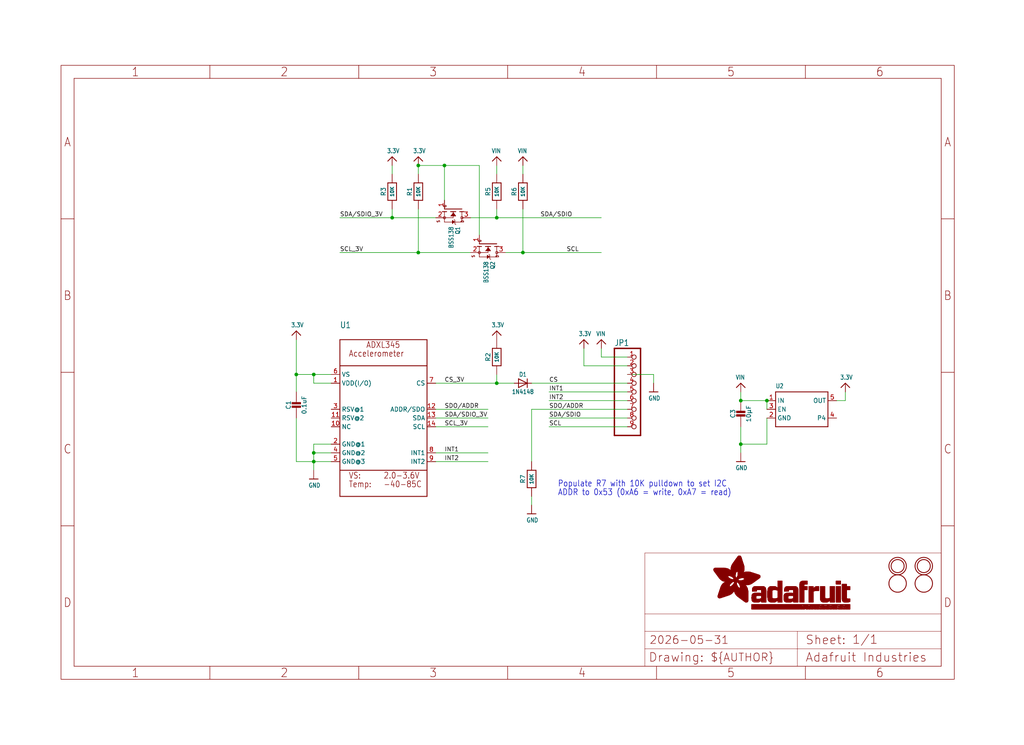
<source format=kicad_sch>
(kicad_sch (version 20230121) (generator eeschema)
  (paper "User" 298.45 217.322)
  (lib_symbols
    (symbol "working-eagle-import:3.3V" (power)
      (property "Value" "3.3V" (at -1.524 1.016 0))
      (symbol "3.3V_1_0"
        (pin power_in line (at 0 -2.54 90) (length 2.54) (name "3.3V") (number "1"))
      )
    )
    (symbol "working-eagle-import:ACCEL_ADXL345"
      (property "Reference" "U" (at -12.7 26.162 0))
      (symbol "ACCEL_ADXL345_1_0"
        (text "-40-85C" (at 0 -20.32 0) (effects (font (size 1.778 1.5113)) (justify left bottom)))
        (text "2.0-3.6V" (at 0 -17.78 0) (effects (font (size 1.778 1.5113)) (justify left bottom)))
        (text "Accelerometer" (at -10.16 17.78 0) (effects (font (size 1.778 1.5113)) (justify left bottom)))
        (text "ADXL345" (at -5.08 20.32 0) (effects (font (size 1.778 1.5113)) (justify left bottom)))
        (text "Temp:" (at -10.16 -20.32 0) (effects (font (size 1.778 1.5113)) (justify left bottom)))
        (text "VS:" (at -10.16 -17.78 0) (effects (font (size 1.778 1.5113)) (justify left bottom)))
        (pin bidirectional line (at -15.24 10.16 0) (length 2.54) (name "VDD(I/O)") (number "1"))
        (pin bidirectional line (at -15.24 -2.54 0) (length 2.54) (name "NC") (number "10"))
        (pin bidirectional line (at -15.24 0 0) (length 2.54) (name "RSV@2") (number "11"))
        (pin bidirectional line (at 15.24 2.54 180) (length 2.54) (name "ADDR/SDO") (number "12"))
        (pin bidirectional line (at 15.24 0 180) (length 2.54) (name "SDA") (number "13"))
        (pin bidirectional line (at 15.24 -2.54 180) (length 2.54) (name "SCL") (number "14"))
        (pin bidirectional line (at -15.24 -7.62 0) (length 2.54) (name "GND@1") (number "2"))
        (pin bidirectional line (at -15.24 2.54 0) (length 2.54) (name "RSV@1") (number "3"))
        (pin bidirectional line (at -15.24 -10.16 0) (length 2.54) (name "GND@2") (number "4"))
        (pin bidirectional line (at -15.24 -12.7 0) (length 2.54) (name "GND@3") (number "5"))
        (pin bidirectional line (at -15.24 12.7 0) (length 2.54) (name "VS") (number "6"))
        (pin bidirectional line (at 15.24 10.16 180) (length 2.54) (name "CS") (number "7"))
        (pin bidirectional line (at 15.24 -10.16 180) (length 2.54) (name "INT1") (number "8"))
        (pin bidirectional line (at 15.24 -12.7 180) (length 2.54) (name "INT2") (number "9"))
      )
    )
    (symbol "working-eagle-import:CAP_CERAMIC0805-NOOUTLINE"
      (property "Reference" "C" (at -2.29 1.25 90))
      (symbol "CAP_CERAMIC0805-NOOUTLINE_1_0"
        (pin passive line (at 0 5.08 270) (length 2.54) (name "1") (number "1"))
        (pin passive line (at 0 -2.54 90) (length 2.54) (name "2") (number "2"))
      )
    )
    (symbol "working-eagle-import:DIODE_SOD323MINI"
      (property "Reference" "D" (at 0 2.54 0))
      (symbol "DIODE_SOD323MINI_1_0"
        (pin passive line (at -2.54 0 0) (length 2.54) (name "A") (number "A"))
        (pin passive line (at 2.54 0 180) (length 2.54) (name "C") (number "C"))
      )
    )
    (symbol "working-eagle-import:FIDUCIAL")
    (symbol "working-eagle-import:FRAME_A4_ADAFRUIT"
      (symbol "FRAME_A4_ADAFRUIT_1_0"
        (text "${#}/${##}" (at 230.505 10.16 0) (effects (font (size 2.54 2.54)) (justify left bottom)))
        (text "${AUTHOR}" (at 189.23 5.08 0) (effects (font (size 2.286 2.286)) (justify left bottom)))
        (text "${CURRENT_DATE}" (at 171.45 10.16 0) (effects (font (size 2.286 2.286)) (justify left bottom)))
        (text "${PROJECTNAME}" (at 171.45 15.24 0) (effects (font (size 2.54 2.54)) (justify left bottom)))
        (text "1" (at 21.6958 1.905 0) (effects (font (size 2.54 2.286))))
        (text "1" (at 21.6958 177.165 0) (effects (font (size 2.54 2.286))))
        (text "2" (at 65.0875 1.905 0) (effects (font (size 2.54 2.286))))
        (text "2" (at 65.0875 177.165 0) (effects (font (size 2.54 2.286))))
        (text "3" (at 108.4792 1.905 0) (effects (font (size 2.54 2.286))))
        (text "3" (at 108.4792 177.165 0) (effects (font (size 2.54 2.286))))
        (text "4" (at 151.8708 1.905 0) (effects (font (size 2.54 2.286))))
        (text "4" (at 151.8708 177.165 0) (effects (font (size 2.54 2.286))))
        (text "5" (at 195.2625 1.905 0) (effects (font (size 2.54 2.286))))
        (text "5" (at 195.2625 177.165 0) (effects (font (size 2.54 2.286))))
        (text "6" (at 238.6542 1.905 0) (effects (font (size 2.54 2.286))))
        (text "6" (at 238.6542 177.165 0) (effects (font (size 2.54 2.286))))
        (text "A" (at 1.905 156.6863 0) (effects (font (size 2.54 2.286))))
        (text "A" (at 258.445 156.6863 0) (effects (font (size 2.54 2.286))))
        (text "Adafruit Industries" (at 216.916 4.953 0) (effects (font (size 2.54 2.54)) (justify left bottom)))
        (text "B" (at 1.905 111.9188 0) (effects (font (size 2.54 2.286))))
        (text "B" (at 258.445 111.9188 0) (effects (font (size 2.54 2.286))))
        (text "C" (at 1.905 67.1513 0) (effects (font (size 2.54 2.286))))
        (text "C" (at 258.445 67.1513 0) (effects (font (size 2.54 2.286))))
        (text "D" (at 1.905 22.3838 0) (effects (font (size 2.54 2.286))))
        (text "D" (at 258.445 22.3838 0) (effects (font (size 2.54 2.286))))
        (text "Drawing:" (at 171.196 4.953 0) (effects (font (size 2.54 2.54)) (justify left bottom)))
        (text "Sheet:" (at 216.916 10.033 0) (effects (font (size 2.54 2.54)) (justify left bottom)))
      )
    )
    (symbol "working-eagle-import:GND" (power)
      (property "Value" "GND" (at -1.524 -2.54 0))
      (symbol "GND_1_0"
        (pin power_in line (at 0 2.54 270) (length 2.54) (name "GND") (number "1"))
      )
    )
    (symbol "working-eagle-import:HEADER-1X970MIL"
      (property "Reference" "JP" (at -6.35 13.335 0))
      (symbol "HEADER-1X970MIL_1_0"
        (pin passive inverted (at -2.54 10.16 0) (length 2.54) (name "1") (number "1"))
        (pin passive inverted (at -2.54 7.62 0) (length 2.54) (name "2") (number "2"))
        (pin passive inverted (at -2.54 5.08 0) (length 2.54) (name "3") (number "3"))
        (pin passive inverted (at -2.54 2.54 0) (length 2.54) (name "4") (number "4"))
        (pin passive inverted (at -2.54 0 0) (length 2.54) (name "5") (number "5"))
        (pin passive inverted (at -2.54 -2.54 0) (length 2.54) (name "6") (number "6"))
        (pin passive inverted (at -2.54 -5.08 0) (length 2.54) (name "7") (number "7"))
        (pin passive inverted (at -2.54 -7.62 0) (length 2.54) (name "8") (number "8"))
        (pin passive inverted (at -2.54 -10.16 0) (length 2.54) (name "9") (number "9"))
      )
    )
    (symbol "working-eagle-import:MOSFET-NWIDE"
      (property "Reference" "Q" (at 5.08 0.635 0))
      (symbol "MOSFET-NWIDE_1_0"
        (text "D" (at 3.175 3.175 0) (effects (font (size 0.8128 0.6908)) (justify left bottom)))
        (text "G" (at -1.27 -1.905 0) (effects (font (size 0.8128 0.6908)) (justify left bottom)))
        (text "S" (at 3.175 -3.81 0) (effects (font (size 0.8128 0.6908)) (justify left bottom)))
        (pin bidirectional line (at -2.54 -2.54 0) (length 2.54) (name "G") (number "1"))
        (pin bidirectional line (at 2.54 -5.08 90) (length 2.54) (name "S") (number "2"))
        (pin bidirectional line (at 2.54 5.08 270) (length 2.54) (name "D") (number "3"))
      )
    )
    (symbol "working-eagle-import:MOUNTINGHOLE2.5")
    (symbol "working-eagle-import:RESISTOR0805_NOOUTLINE"
      (property "Reference" "R" (at 0 2.54 0))
      (symbol "RESISTOR0805_NOOUTLINE_1_0"
        (pin passive line (at -5.08 0 0) (length 2.54) (name "1") (number "1"))
        (pin passive line (at 5.08 0 180) (length 2.54) (name "2") (number "2"))
      )
    )
    (symbol "working-eagle-import:VIN" (power)
      (property "Value" "VIN" (at -1.524 1.016 0))
      (symbol "VIN_1_0"
        (pin power_in line (at 0 -2.54 90) (length 2.54) (name "VIN") (number "1"))
      )
    )
    (symbol "working-eagle-import:VREG_SOT23-5"
      (property "Reference" "U" (at -7.62 6.096 0))
      (symbol "VREG_SOT23-5_1_0"
        (pin power_in line (at -10.16 2.54 0) (length 2.54) (name "IN") (number "1"))
        (pin power_in line (at -10.16 -2.54 0) (length 2.54) (name "GND") (number "2"))
        (pin input line (at -10.16 0 0) (length 2.54) (name "EN") (number "3"))
        (pin bidirectional line (at 10.16 -2.54 180) (length 2.54) (name "P4") (number "4"))
        (pin power_in line (at 10.16 2.54 180) (length 2.54) (name "OUT") (number "5"))
      )
    )
  )
  (junction (at 86.36 109.22))
  (junction (at 215.9 129.54))
  (junction (at 121.92 48.26))
  (junction (at 129.54 48.26))
  (junction (at 121.92 73.66))
  (junction (at 91.44 109.22))
  (junction (at 223.52 116.84))
  (junction (at 91.44 134.62))
  (junction (at 152.4 73.66))
  (junction (at 144.78 111.76))
  (junction (at 144.78 63.5))
  (junction (at 91.44 132.08))
  (junction (at 114.3 63.5))
  (junction (at 215.9 116.84))
  (wire (pts (xy 96.52 129.54) (xy 91.44 129.54)) (stroke (width 0.1524)))
  (wire (pts (xy 139.7 48.26) (xy 129.54 48.26)) (stroke (width 0.1524)))
  (wire (pts (xy 144.78 111.76) (xy 149.86 111.76)) (stroke (width 0.1524)))
  (wire (pts (xy 121.92 73.66) (xy 99.06 73.66)) (stroke (width 0.1524)))
  (wire (pts (xy 127 124.46) (xy 142.24 124.46)) (stroke (width 0.1524)))
  (wire (pts (xy 96.52 134.62) (xy 91.44 134.62)) (stroke (width 0.1524)))
  (wire (pts (xy 144.78 111.76) (xy 144.78 109.22)) (stroke (width 0.1524)))
  (wire (pts (xy 91.44 111.76) (xy 91.44 109.22)) (stroke (width 0.1524)))
  (wire (pts (xy 96.52 111.76) (xy 91.44 111.76)) (stroke (width 0.1524)))
  (wire (pts (xy 86.36 109.22) (xy 91.44 109.22)) (stroke (width 0.1524)))
  (wire (pts (xy 223.52 121.92) (xy 223.52 129.54)) (stroke (width 0.1524)))
  (wire (pts (xy 127 63.5) (xy 114.3 63.5)) (stroke (width 0.1524)))
  (wire (pts (xy 91.44 109.22) (xy 96.52 109.22)) (stroke (width 0.1524)))
  (wire (pts (xy 182.88 124.46) (xy 160.02 124.46)) (stroke (width 0.1524)))
  (wire (pts (xy 154.94 144.78) (xy 154.94 147.32)) (stroke (width 0.1524)))
  (wire (pts (xy 215.9 124.46) (xy 215.9 129.54)) (stroke (width 0.1524)))
  (wire (pts (xy 91.44 129.54) (xy 91.44 132.08)) (stroke (width 0.1524)))
  (wire (pts (xy 91.44 132.08) (xy 91.44 134.62)) (stroke (width 0.1524)))
  (wire (pts (xy 144.78 48.26) (xy 144.78 50.8)) (stroke (width 0.1524)))
  (wire (pts (xy 175.26 104.14) (xy 175.26 101.6)) (stroke (width 0.1524)))
  (wire (pts (xy 137.16 63.5) (xy 144.78 63.5)) (stroke (width 0.1524)))
  (wire (pts (xy 144.78 63.5) (xy 175.26 63.5)) (stroke (width 0.1524)))
  (wire (pts (xy 127 119.38) (xy 142.24 119.38)) (stroke (width 0.1524)))
  (wire (pts (xy 127 121.92) (xy 142.24 121.92)) (stroke (width 0.1524)))
  (wire (pts (xy 91.44 134.62) (xy 91.44 137.16)) (stroke (width 0.1524)))
  (wire (pts (xy 215.9 116.84) (xy 215.9 114.3)) (stroke (width 0.1524)))
  (wire (pts (xy 154.94 111.76) (xy 182.88 111.76)) (stroke (width 0.1524)))
  (wire (pts (xy 127 111.76) (xy 144.78 111.76)) (stroke (width 0.1524)))
  (wire (pts (xy 154.94 119.38) (xy 154.94 134.62)) (stroke (width 0.1524)))
  (wire (pts (xy 223.52 116.84) (xy 215.9 116.84)) (stroke (width 0.1524)))
  (wire (pts (xy 182.88 106.68) (xy 170.18 106.68)) (stroke (width 0.1524)))
  (wire (pts (xy 182.88 114.3) (xy 160.02 114.3)) (stroke (width 0.1524)))
  (wire (pts (xy 121.92 50.8) (xy 121.92 48.26)) (stroke (width 0.1524)))
  (wire (pts (xy 152.4 60.96) (xy 152.4 73.66)) (stroke (width 0.1524)))
  (wire (pts (xy 121.92 60.96) (xy 121.92 73.66)) (stroke (width 0.1524)))
  (wire (pts (xy 182.88 121.92) (xy 160.02 121.92)) (stroke (width 0.1524)))
  (wire (pts (xy 139.7 68.58) (xy 139.7 48.26)) (stroke (width 0.1524)))
  (wire (pts (xy 127 134.62) (xy 142.24 134.62)) (stroke (width 0.1524)))
  (wire (pts (xy 114.3 50.8) (xy 114.3 48.26)) (stroke (width 0.1524)))
  (wire (pts (xy 144.78 60.96) (xy 144.78 63.5)) (stroke (width 0.1524)))
  (wire (pts (xy 223.52 129.54) (xy 215.9 129.54)) (stroke (width 0.1524)))
  (wire (pts (xy 96.52 132.08) (xy 91.44 132.08)) (stroke (width 0.1524)))
  (wire (pts (xy 129.54 58.42) (xy 129.54 48.26)) (stroke (width 0.1524)))
  (wire (pts (xy 182.88 109.22) (xy 190.5 109.22)) (stroke (width 0.1524)))
  (wire (pts (xy 127 132.08) (xy 142.24 132.08)) (stroke (width 0.1524)))
  (wire (pts (xy 246.38 116.84) (xy 246.38 114.3)) (stroke (width 0.1524)))
  (wire (pts (xy 86.36 114.3) (xy 86.36 109.22)) (stroke (width 0.1524)))
  (wire (pts (xy 152.4 48.26) (xy 152.4 50.8)) (stroke (width 0.1524)))
  (wire (pts (xy 215.9 129.54) (xy 215.9 132.08)) (stroke (width 0.1524)))
  (wire (pts (xy 147.32 73.66) (xy 152.4 73.66)) (stroke (width 0.1524)))
  (wire (pts (xy 182.88 116.84) (xy 160.02 116.84)) (stroke (width 0.1524)))
  (wire (pts (xy 114.3 60.96) (xy 114.3 63.5)) (stroke (width 0.1524)))
  (wire (pts (xy 86.36 134.62) (xy 86.36 121.92)) (stroke (width 0.1524)))
  (wire (pts (xy 152.4 73.66) (xy 175.26 73.66)) (stroke (width 0.1524)))
  (wire (pts (xy 91.44 134.62) (xy 86.36 134.62)) (stroke (width 0.1524)))
  (wire (pts (xy 182.88 104.14) (xy 175.26 104.14)) (stroke (width 0.1524)))
  (wire (pts (xy 170.18 106.68) (xy 170.18 101.6)) (stroke (width 0.1524)))
  (wire (pts (xy 114.3 63.5) (xy 99.06 63.5)) (stroke (width 0.1524)))
  (wire (pts (xy 190.5 109.22) (xy 190.5 111.76)) (stroke (width 0.1524)))
  (wire (pts (xy 223.52 119.38) (xy 223.52 116.84)) (stroke (width 0.1524)))
  (wire (pts (xy 86.36 109.22) (xy 86.36 99.06)) (stroke (width 0.1524)))
  (wire (pts (xy 137.16 73.66) (xy 121.92 73.66)) (stroke (width 0.1524)))
  (wire (pts (xy 154.94 119.38) (xy 182.88 119.38)) (stroke (width 0.1524)))
  (wire (pts (xy 243.84 116.84) (xy 246.38 116.84)) (stroke (width 0.1524)))
  (wire (pts (xy 129.54 48.26) (xy 121.92 48.26)) (stroke (width 0.1524)))
  (text "Populate R7 with 10K pulldown to set I2C" (at 162.56 142.24 0) (effects (font (size 1.778 1.5113)) (justify left bottom)))
  (text "ADDR to 0x53 (0xA6 = write, 0xA7 = read)" (at 162.56 144.78 0) (effects (font (size 1.778 1.5113)) (justify left bottom)))
  (label "INT2" (at 129.54 134.62 0) (effects (font (size 1.2446 1.2446))))
  (label "SDA/SDIO" (at 160.02 121.92 0) (effects (font (size 1.2446 1.2446))))
  (label "SDO/ADDR" (at 160.02 119.38 0) (effects (font (size 1.2446 1.2446))))
  (label "CS" (at 160.02 111.76 0) (effects (font (size 1.2446 1.2446))))
  (label "INT2" (at 160.02 116.84 0) (effects (font (size 1.2446 1.2446))))
  (label "SDO/ADDR" (at 129.54 119.38 0) (effects (font (size 1.2446 1.2446))))
  (label "INT1" (at 160.02 114.3 0) (effects (font (size 1.2446 1.2446))))
  (label "SDA/SDIO_3V" (at 99.06 63.5 0) (effects (font (size 1.2446 1.2446))))
  (label "SCL" (at 160.02 124.46 0) (effects (font (size 1.2446 1.2446))))
  (label "SCL" (at 165.1 73.66 0) (effects (font (size 1.2446 1.2446))))
  (label "CS_3V" (at 129.54 111.76 0) (effects (font (size 1.2446 1.2446))))
  (label "SCL_3V" (at 99.06 73.66 0) (effects (font (size 1.2446 1.2446))))
  (label "INT1" (at 129.54 132.08 0) (effects (font (size 1.2446 1.2446))))
  (label "SDA/SDIO_3V" (at 129.54 121.92 0) (effects (font (size 1.2446 1.2446))))
  (label "SCL_3V" (at 129.54 124.46 0) (effects (font (size 1.2446 1.2446))))
  (label "SDA/SDIO" (at 157.48 63.5 0) (effects (font (size 1.2446 1.2446))))
  (symbol (lib_id "working-eagle-import:FIDUCIAL") (at 261.62 170.18 0) (unit 1)
    (property "Reference" "U$3" (effects hide))
    (property "Value" "FIDUCIAL" (effects hide))
    (property "Footprint" "working:FIDUCIAL_1MM" (effects hide))
  )
  (symbol (lib_id "working-eagle-import:GND") (at 154.94 149.86 0) (unit 1)
    (property "Reference" "#U$5" (effects hide))
    (property "Value" "GND" (at 153.416 152.4 0) (effects (font (size 1.27 1.0795)) (justify left bottom)))
  )
  (symbol (lib_id "working-eagle-import:GND") (at 190.5 114.3 0) (unit 1)
    (property "Reference" "#U$20" (effects hide))
    (property "Value" "GND" (at 188.976 116.84 0) (effects (font (size 1.27 1.0795)) (justify left bottom)))
  )
  (symbol (lib_id "working-eagle-import:CAP_CERAMIC0805-NOOUTLINE") (at 215.9 121.92 0) (unit 1)
    (property "Reference" "C3" (at 213.61 120.67 90))
    (property "Value" "10µF" (at 218.2 120.67 90))
    (property "Footprint" "working:0805-NO" (effects hide))
  )
  (symbol (lib_id "working-eagle-import:FRAME_A4_ADAFRUIT") (at 17.78 198.12 0) (unit 1)
    (property "Reference" "#FRAME1" (effects hide))
    (property "Value" "FRAME_A4_ADAFRUIT" (effects hide))
  )
  (symbol (lib_id "working-eagle-import:VIN") (at 215.9 111.76 0) (unit 1)
    (property "Reference" "#U$14" (effects hide))
    (property "Value" "VIN" (at 214.376 110.744 0) (effects (font (size 1.27 1.0795)) (justify left bottom)))
  )
  (symbol (lib_id "working-eagle-import:RESISTOR0805_NOOUTLINE") (at 152.4 55.88 90) (unit 1)
    (property "Reference" "R6" (at 149.86 55.88 0))
    (property "Value" "10K" (at 152.4 55.88 0) (effects (font (size 1.016 1.016) bold)))
    (property "Footprint" "working:0805-NO" (effects hide))
  )
  (symbol (lib_id "working-eagle-import:3.3V") (at 144.78 96.52 0) (unit 1)
    (property "Reference" "#U$12" (effects hide))
    (property "Value" "3.3V" (at 143.256 95.504 0) (effects (font (size 1.27 1.0795)) (justify left bottom)))
  )
  (symbol (lib_id "working-eagle-import:HEADER-1X970MIL") (at 185.42 114.3 0) (unit 1)
    (property "Reference" "JP1" (at 179.07 100.965 0) (effects (font (size 1.778 1.5113)) (justify left bottom)))
    (property "Value" "HEADER-1X970MIL" (effects hide))
    (property "Footprint" "working:1X09_ROUND_70" (effects hide))
  )
  (symbol (lib_id "working-eagle-import:RESISTOR0805_NOOUTLINE") (at 144.78 55.88 90) (unit 1)
    (property "Reference" "R5" (at 142.24 55.88 0))
    (property "Value" "10K" (at 144.78 55.88 0) (effects (font (size 1.016 1.016) bold)))
    (property "Footprint" "working:0805-NO" (effects hide))
  )
  (symbol (lib_id "working-eagle-import:RESISTOR0805_NOOUTLINE") (at 154.94 139.7 90) (unit 1)
    (property "Reference" "R7" (at 152.4 139.7 0))
    (property "Value" "10K" (at 154.94 139.7 0) (effects (font (size 1.016 1.016) bold)))
    (property "Footprint" "working:0805-NO" (effects hide))
  )
  (symbol (lib_id "working-eagle-import:RESISTOR0805_NOOUTLINE") (at 114.3 55.88 90) (unit 1)
    (property "Reference" "R3" (at 111.76 55.88 0))
    (property "Value" "10K" (at 114.3 55.88 0) (effects (font (size 1.016 1.016) bold)))
    (property "Footprint" "working:0805-NO" (effects hide))
  )
  (symbol (lib_id "working-eagle-import:3.3V") (at 114.3 45.72 0) (unit 1)
    (property "Reference" "#U$10" (effects hide))
    (property "Value" "3.3V" (at 112.776 44.704 0) (effects (font (size 1.27 1.0795)) (justify left bottom)))
  )
  (symbol (lib_id "working-eagle-import:VIN") (at 152.4 45.72 0) (unit 1)
    (property "Reference" "#U$17" (effects hide))
    (property "Value" "VIN" (at 150.876 44.704 0) (effects (font (size 1.27 1.0795)) (justify left bottom)))
  )
  (symbol (lib_id "working-eagle-import:GND") (at 91.44 139.7 0) (unit 1)
    (property "Reference" "#U$2" (effects hide))
    (property "Value" "GND" (at 89.916 142.24 0) (effects (font (size 1.27 1.0795)) (justify left bottom)))
  )
  (symbol (lib_id "working-eagle-import:GND") (at 215.9 134.62 0) (unit 1)
    (property "Reference" "#U$15" (effects hide))
    (property "Value" "GND" (at 214.376 137.16 0) (effects (font (size 1.27 1.0795)) (justify left bottom)))
  )
  (symbol (lib_id "working-eagle-import:MOSFET-NWIDE") (at 132.08 60.96 270) (unit 1)
    (property "Reference" "Q1" (at 132.715 66.04 0) (effects (font (size 1.27 1.0795)) (justify left bottom)))
    (property "Value" "BSS138" (at 130.81 66.04 0) (effects (font (size 1.27 1.0795)) (justify left bottom)))
    (property "Footprint" "working:SOT23-WIDE" (effects hide))
  )
  (symbol (lib_id "working-eagle-import:3.3V") (at 170.18 99.06 0) (unit 1)
    (property "Reference" "#U$19" (effects hide))
    (property "Value" "3.3V" (at 168.656 98.044 0) (effects (font (size 1.27 1.0795)) (justify left bottom)))
  )
  (symbol (lib_id "working-eagle-import:3.3V") (at 246.38 111.76 0) (unit 1)
    (property "Reference" "#U$13" (effects hide))
    (property "Value" "3.3V" (at 244.856 110.744 0) (effects (font (size 1.27 1.0795)) (justify left bottom)))
  )
  (symbol (lib_id "working-eagle-import:3.3V") (at 86.36 96.52 0) (unit 1)
    (property "Reference" "#U$9" (effects hide))
    (property "Value" "3.3V" (at 84.836 95.504 0) (effects (font (size 1.27 1.0795)) (justify left bottom)))
  )
  (symbol (lib_id "working-eagle-import:CAP_CERAMIC0805-NOOUTLINE") (at 86.36 119.38 0) (unit 1)
    (property "Reference" "C1" (at 84.07 118.13 90))
    (property "Value" "0.1uF" (at 88.66 118.13 90))
    (property "Footprint" "working:0805-NO" (effects hide))
  )
  (symbol (lib_id "working-eagle-import:FIDUCIAL") (at 269.24 170.18 0) (unit 1)
    (property "Reference" "U$1" (effects hide))
    (property "Value" "FIDUCIAL" (effects hide))
    (property "Footprint" "working:FIDUCIAL_1MM" (effects hide))
  )
  (symbol (lib_id "working-eagle-import:MOUNTINGHOLE2.5") (at 261.62 165.1 0) (unit 1)
    (property "Reference" "U$6" (effects hide))
    (property "Value" "MOUNTINGHOLE2.5" (effects hide))
    (property "Footprint" "working:MOUNTINGHOLE_2.5_PLATED" (effects hide))
  )
  (symbol (lib_id "working-eagle-import:DIODE_SOD323MINI") (at 152.4 111.76 0) (unit 1)
    (property "Reference" "D1" (at 152.4 109.22 0) (effects (font (size 1.27 1.0795))))
    (property "Value" "1N4148" (at 152.4 114.26 0) (effects (font (size 1.27 1.0795))))
    (property "Footprint" "working:SOD-323_MINI" (effects hide))
  )
  (symbol (lib_id "working-eagle-import:RESISTOR0805_NOOUTLINE") (at 144.78 104.14 90) (unit 1)
    (property "Reference" "R2" (at 142.24 104.14 0))
    (property "Value" "10K" (at 144.78 104.14 0) (effects (font (size 1.016 1.016) bold)))
    (property "Footprint" "working:0805-NO" (effects hide))
  )
  (symbol (lib_id "working-eagle-import:VREG_SOT23-5") (at 233.68 119.38 0) (unit 1)
    (property "Reference" "U2" (at 226.06 113.284 0) (effects (font (size 1.27 1.0795)) (justify left bottom)))
    (property "Value" "VREG_SOT23-5" (effects hide))
    (property "Footprint" "working:SOT23-5" (effects hide))
  )
  (symbol (lib_id "working-eagle-import:ACCEL_ADXL345") (at 111.76 121.92 0) (unit 1)
    (property "Reference" "U1" (at 99.06 95.758 0) (effects (font (size 1.778 1.5113)) (justify left bottom)))
    (property "Value" "ACCEL_ADXL345" (effects hide))
    (property "Footprint" "working:LGA14" (effects hide))
  )
  (symbol (lib_id "working-eagle-import:RESISTOR0805_NOOUTLINE") (at 121.92 55.88 90) (unit 1)
    (property "Reference" "R1" (at 119.38 55.88 0))
    (property "Value" "10K" (at 121.92 55.88 0) (effects (font (size 1.016 1.016) bold)))
    (property "Footprint" "working:0805-NO" (effects hide))
  )
  (symbol (lib_id "working-eagle-import:VIN") (at 175.26 99.06 0) (unit 1)
    (property "Reference" "#U$18" (effects hide))
    (property "Value" "VIN" (at 173.736 98.044 0) (effects (font (size 1.27 1.0795)) (justify left bottom)))
  )
  (symbol (lib_id "working-eagle-import:3.3V") (at 121.92 45.72 0) (unit 1)
    (property "Reference" "#U$11" (effects hide))
    (property "Value" "3.3V" (at 120.396 44.704 0) (effects (font (size 1.27 1.0795)) (justify left bottom)))
  )
  (symbol (lib_id "working-eagle-import:MOSFET-NWIDE") (at 142.24 71.12 270) (unit 1)
    (property "Reference" "Q2" (at 142.875 76.2 0) (effects (font (size 1.27 1.0795)) (justify left bottom)))
    (property "Value" "BSS138" (at 140.97 76.2 0) (effects (font (size 1.27 1.0795)) (justify left bottom)))
    (property "Footprint" "working:SOT23-WIDE" (effects hide))
  )
  (symbol (lib_id "working-eagle-import:MOUNTINGHOLE2.5") (at 269.24 165.1 0) (unit 1)
    (property "Reference" "U$4" (effects hide))
    (property "Value" "MOUNTINGHOLE2.5" (effects hide))
    (property "Footprint" "working:MOUNTINGHOLE_2.5_PLATED" (effects hide))
  )
  (symbol (lib_id "working-eagle-import:VIN") (at 144.78 45.72 0) (unit 1)
    (property "Reference" "#U$16" (effects hide))
    (property "Value" "VIN" (at 143.256 44.704 0) (effects (font (size 1.27 1.0795)) (justify left bottom)))
  )
)
</source>
